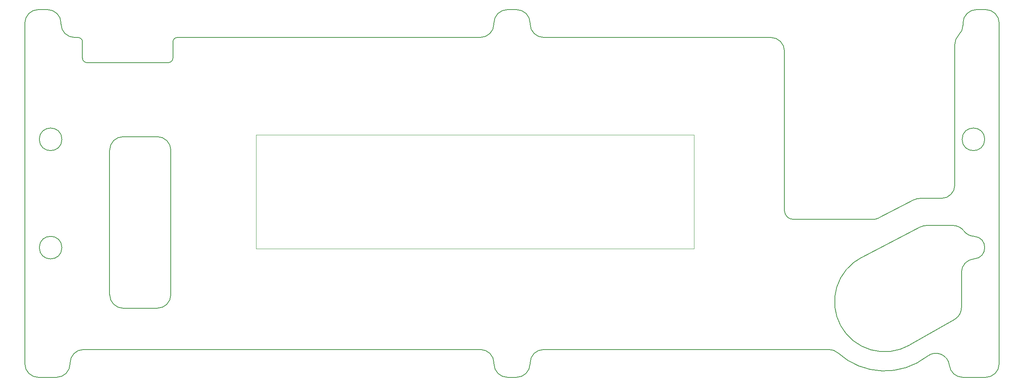
<source format=gm1>
%TF.GenerationSoftware,KiCad,Pcbnew,7.0.2-0*%
%TF.CreationDate,2024-05-08T23:39:51-07:00*%
%TF.ProjectId,New_Coil_Panel_Y,4e65775f-436f-4696-9c5f-50616e656c5f,2.0*%
%TF.SameCoordinates,Original*%
%TF.FileFunction,Profile,NP*%
%FSLAX46Y46*%
G04 Gerber Fmt 4.6, Leading zero omitted, Abs format (unit mm)*
G04 Created by KiCad (PCBNEW 7.0.2-0) date 2024-05-08 23:39:51*
%MOMM*%
%LPD*%
G01*
G04 APERTURE LIST*
%TA.AperFunction,Profile*%
%ADD10C,0.200000*%
%TD*%
%TA.AperFunction,Profile*%
%ADD11C,0.100000*%
%TD*%
G04 APERTURE END LIST*
D10*
X160121631Y-126836000D02*
X160121631Y-126661000D01*
X228232372Y-124439938D02*
G75*
G03*
X248017869Y-125143713I10309128J11353938D01*
G01*
X163121631Y-123660931D02*
G75*
G03*
X160121631Y-126661000I69J-3000069D01*
G01*
X163121631Y-123661000D02*
X226215698Y-123661000D01*
X56371700Y-51511000D02*
G75*
G03*
X59371631Y-54511000I2999900J-100D01*
G01*
X260671631Y-77086000D02*
G75*
G03*
X260671631Y-77086000I-2500000J0D01*
G01*
X55371631Y-129835931D02*
G75*
G03*
X58371631Y-126836000I69J2999931D01*
G01*
X70134831Y-76489900D02*
X77659631Y-76489900D01*
X56371631Y-51511000D02*
X56371631Y-51336000D01*
X77659631Y-114523831D02*
G75*
G03*
X80659631Y-111523900I69J2999931D01*
G01*
X157121631Y-129835931D02*
G75*
G03*
X160121631Y-126836000I69J2999931D01*
G01*
X149121631Y-54510931D02*
G75*
G03*
X152121631Y-51511000I69J2999931D01*
G01*
X152121700Y-126661000D02*
G75*
G03*
X149121631Y-123661000I-3000100J-100D01*
G01*
X157121631Y-48336000D02*
X155121631Y-48336000D01*
X155121631Y-129836000D02*
X157121631Y-129836000D01*
X77659631Y-114523900D02*
X70134831Y-114523900D01*
X152121631Y-126661000D02*
X152121631Y-126836000D01*
X61371631Y-123660931D02*
G75*
G03*
X58371631Y-126661000I69J-3000069D01*
G01*
X155121631Y-48335931D02*
G75*
G03*
X152121631Y-51336000I69J-3000069D01*
G01*
X255834505Y-129836000D02*
X260871631Y-129836000D01*
X152121700Y-126836000D02*
G75*
G03*
X155121631Y-129836000I2999900J-100D01*
G01*
X160121700Y-51336000D02*
G75*
G03*
X157121631Y-48336000I-3000100J-100D01*
G01*
X149121631Y-54511000D02*
X82121631Y-54511000D01*
X160121700Y-51511000D02*
G75*
G03*
X163121631Y-54511000I2999900J-100D01*
G01*
X81121631Y-55511000D02*
X81121631Y-59086000D01*
X80121631Y-60085931D02*
G75*
G03*
X81121631Y-59086000I69J999931D01*
G01*
X70134831Y-76489831D02*
G75*
G03*
X67134831Y-79489900I69J-3000069D01*
G01*
X48371700Y-126836000D02*
G75*
G03*
X51371631Y-129836000I2999900J-100D01*
G01*
X247807463Y-96186000D02*
X253661528Y-96186000D01*
X263871700Y-51336000D02*
G75*
G03*
X260871631Y-48336000I-3000100J-100D01*
G01*
X160121631Y-51511000D02*
X160121631Y-51336000D01*
X51371631Y-48335931D02*
G75*
G03*
X48371631Y-51336000I69J-3000069D01*
G01*
X82121631Y-54510931D02*
G75*
G03*
X81121631Y-55511000I69J-1000069D01*
G01*
X61121631Y-59086000D02*
X61121631Y-55511000D01*
X61371631Y-123661000D02*
X149121631Y-123661000D01*
X254969053Y-53904155D02*
G75*
G03*
X254066488Y-56049108I2097447J-2144945D01*
G01*
X60121631Y-54511000D02*
X59371631Y-54511000D01*
X246345513Y-90185984D02*
G75*
G03*
X244965495Y-90522253I-13J-2999816D01*
G01*
X256064523Y-97389971D02*
G75*
G03*
X253661528Y-96186000I-2403023J-1796129D01*
G01*
X254015815Y-116999960D02*
G75*
G03*
X255526488Y-114395724I-1489415J2604260D01*
G01*
X235908015Y-94836000D02*
X218371631Y-94836000D01*
X258871631Y-48335931D02*
G75*
G03*
X255871631Y-51336000I69J-3000069D01*
G01*
X254015803Y-116999940D02*
X244041836Y-122703911D01*
X152121631Y-51336000D02*
X152121631Y-51511000D01*
X258332930Y-103580790D02*
G75*
G03*
X258306112Y-98589620I-161330J2494790D01*
G01*
X80659700Y-79489900D02*
G75*
G03*
X77659631Y-76489900I-3000100J-100D01*
G01*
X67134831Y-111523900D02*
X67134831Y-79489900D01*
X260871631Y-129835931D02*
G75*
G03*
X263871631Y-126836000I69J2999931D01*
G01*
X56371700Y-51336000D02*
G75*
G03*
X53371631Y-48336000I-3000100J-100D01*
G01*
X258332933Y-103580833D02*
G75*
G03*
X255526488Y-106574540I193467J-2993667D01*
G01*
X254969058Y-53904160D02*
G75*
G03*
X255871631Y-51759216I-2097458J2144960D01*
G01*
X256064490Y-97389996D02*
G75*
G03*
X258306112Y-98589620I2403110J1796296D01*
G01*
X254066488Y-56049108D02*
X254066488Y-87186000D01*
X251066488Y-90186000D02*
X246345513Y-90186000D01*
X80121631Y-60086000D02*
X62121631Y-60086000D01*
X56571631Y-77086000D02*
G75*
G03*
X56571631Y-77086000I-2500000J0D01*
G01*
X228232356Y-124439956D02*
G75*
G03*
X226215698Y-123661000I-2016556J-2220744D01*
G01*
X255526488Y-106574540D02*
X255526488Y-114395724D01*
X255871631Y-51336000D02*
X255871631Y-51759216D01*
X67134900Y-111523900D02*
G75*
G03*
X70134831Y-114523900I2999900J-100D01*
G01*
X233444793Y-103248229D02*
X246427444Y-96522253D01*
X251066488Y-90185988D02*
G75*
G03*
X254066488Y-87186000I12J2999988D01*
G01*
X48371631Y-51336000D02*
X48371631Y-126836000D01*
X51371631Y-129836000D02*
X55371631Y-129836000D01*
X233444799Y-103248240D02*
G75*
G03*
X244041836Y-122703910I5096701J-9837760D01*
G01*
X216371631Y-92836000D02*
X216371631Y-57511000D01*
X263871631Y-126836000D02*
X263871631Y-51336000D01*
X61121700Y-55511000D02*
G75*
G03*
X60121631Y-54511000I-1000100J-100D01*
G01*
X244965495Y-90522253D02*
X237288034Y-94499747D01*
X61121700Y-59086000D02*
G75*
G03*
X62121631Y-60086000I999900J-100D01*
G01*
X58371631Y-126836000D02*
X58371631Y-126661000D01*
X235908015Y-94835984D02*
G75*
G03*
X237288034Y-94499746I-15J3000184D01*
G01*
X252853061Y-127169218D02*
G75*
G03*
X248017869Y-125143715I-2981461J-333282D01*
G01*
X252853074Y-127169216D02*
G75*
G03*
X255834505Y-129836000I2981526J333316D01*
G01*
X213371631Y-54511000D02*
X163121631Y-54511000D01*
X216371700Y-57511000D02*
G75*
G03*
X213371631Y-54511000I-3000100J-100D01*
G01*
X53371631Y-48336000D02*
X51371631Y-48336000D01*
X56571631Y-101086000D02*
G75*
G03*
X56571631Y-101086000I-2500000J0D01*
G01*
X260871631Y-48336000D02*
X258871631Y-48336000D01*
D11*
X99541305Y-76058373D02*
X196378000Y-76058373D01*
X196378000Y-101362000D01*
X99541305Y-101362000D01*
X99541305Y-76058373D01*
D10*
X216371700Y-92836000D02*
G75*
G03*
X218371631Y-94836000I1999900J-100D01*
G01*
X247807463Y-96186017D02*
G75*
G03*
X246427444Y-96522253I37J-3000283D01*
G01*
X80659631Y-79489900D02*
X80659631Y-111523900D01*
M02*

</source>
